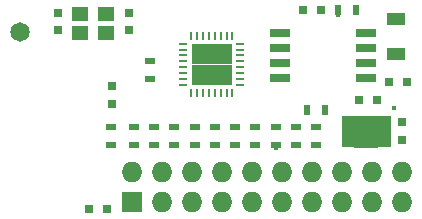
<source format=gbr>
G04 #@! TF.FileFunction,Soldermask,Top*
%FSLAX46Y46*%
G04 Gerber Fmt 4.6, Leading zero omitted, Abs format (unit mm)*
G04 Created by KiCad (PCBNEW 4.0.6-e0-6349~53~ubuntu16.04.1) date Sun Jul  2 22:52:24 2017*
%MOMM*%
%LPD*%
G01*
G04 APERTURE LIST*
%ADD10C,0.100000*%
%ADD11R,1.400000X1.200000*%
%ADD12R,0.750000X0.800000*%
%ADD13R,0.800000X0.750000*%
%ADD14R,1.600000X1.000000*%
%ADD15R,0.797560X0.797560*%
%ADD16R,1.727200X1.727200*%
%ADD17O,1.727200X1.727200*%
%ADD18R,0.900000X0.500000*%
%ADD19R,0.500000X0.900000*%
%ADD20R,1.212800X0.781000*%
%ADD21R,2.051000X2.787600*%
%ADD22R,0.700000X0.250000*%
%ADD23R,0.250000X0.700000*%
%ADD24R,1.725000X1.725000*%
%ADD25R,1.700000X0.650000*%
%ADD26C,0.381000*%
%ADD27C,1.651000*%
G04 APERTURE END LIST*
D10*
D11*
X118384500Y-68669000D03*
X116184500Y-68669000D03*
X118384500Y-70269000D03*
X116184500Y-70269000D03*
D12*
X118872000Y-76315000D03*
X118872000Y-74815000D03*
D13*
X139775500Y-76009500D03*
X141275500Y-76009500D03*
D12*
X143446500Y-79363000D03*
X143446500Y-77863000D03*
D14*
X142938500Y-69112000D03*
X142938500Y-72112000D03*
D12*
X120269000Y-68592000D03*
X120269000Y-70092000D03*
X114300000Y-70092000D03*
X114300000Y-68592000D03*
D13*
X135076500Y-68389500D03*
X136576500Y-68389500D03*
X143815500Y-74422000D03*
X142315500Y-74422000D03*
D15*
X118414800Y-85217000D03*
X116916200Y-85217000D03*
D16*
X120586500Y-84645500D03*
D17*
X120586500Y-82105500D03*
X123126500Y-84645500D03*
X123126500Y-82105500D03*
X125666500Y-84645500D03*
X125666500Y-82105500D03*
X128206500Y-84645500D03*
X128206500Y-82105500D03*
X130746500Y-84645500D03*
X130746500Y-82105500D03*
X133286500Y-84645500D03*
X133286500Y-82105500D03*
X135826500Y-84645500D03*
X135826500Y-82105500D03*
X138366500Y-84645500D03*
X138366500Y-82105500D03*
X140906500Y-84645500D03*
X140906500Y-82105500D03*
X143446500Y-84645500D03*
X143446500Y-82105500D03*
D18*
X127571500Y-79807500D03*
X127571500Y-78307500D03*
X136144000Y-79807500D03*
X136144000Y-78307500D03*
X120713500Y-79807500D03*
X120713500Y-78307500D03*
X122428000Y-79807500D03*
X122428000Y-78307500D03*
X118808500Y-79807500D03*
X118808500Y-78307500D03*
X132715000Y-78307500D03*
X132715000Y-79807500D03*
X134429500Y-78307500D03*
X134429500Y-79807500D03*
X125857000Y-78307500D03*
X125857000Y-79807500D03*
X124142500Y-78307500D03*
X124142500Y-79807500D03*
X122047000Y-74219500D03*
X122047000Y-72719500D03*
D19*
X137997500Y-68389500D03*
X139497500Y-68389500D03*
X136894000Y-76835000D03*
X135394000Y-76835000D03*
D18*
X129286000Y-79807500D03*
X129286000Y-78307500D03*
X131000500Y-79807500D03*
X131000500Y-78307500D03*
D20*
X141871700Y-79641700D03*
X141871700Y-79006700D03*
X141871700Y-78346300D03*
X141871700Y-77711300D03*
X138925300Y-77711300D03*
X138925300Y-78346300D03*
X138925300Y-79006700D03*
X138925300Y-79641700D03*
D21*
X140398500Y-78676500D03*
D22*
X124917500Y-71211500D03*
X124917500Y-71711500D03*
X124917500Y-72211500D03*
X124917500Y-72711500D03*
X124917500Y-73211500D03*
X124917500Y-73711500D03*
X124917500Y-74211500D03*
X124917500Y-74711500D03*
D23*
X125567500Y-75361500D03*
X126067500Y-75361500D03*
X126567500Y-75361500D03*
X127067500Y-75361500D03*
X127567500Y-75361500D03*
X128067500Y-75361500D03*
X128567500Y-75361500D03*
X129067500Y-75361500D03*
D22*
X129717500Y-74711500D03*
X129717500Y-74211500D03*
X129717500Y-73711500D03*
X129717500Y-73211500D03*
X129717500Y-72711500D03*
X129717500Y-72211500D03*
X129717500Y-71711500D03*
X129717500Y-71211500D03*
D23*
X129067500Y-70561500D03*
X128567500Y-70561500D03*
X128067500Y-70561500D03*
X127567500Y-70561500D03*
X127067500Y-70561500D03*
X126567500Y-70561500D03*
X126067500Y-70561500D03*
X125567500Y-70561500D03*
D24*
X128180000Y-73824000D03*
X128180000Y-72099000D03*
X126455000Y-73824000D03*
X126455000Y-72099000D03*
D25*
X140365500Y-74104500D03*
X140365500Y-72834500D03*
X140365500Y-71564500D03*
X140365500Y-70294500D03*
X133065500Y-70294500D03*
X133065500Y-71564500D03*
X133065500Y-72834500D03*
X133065500Y-74104500D03*
D26*
X140017500Y-77914500D03*
X140779500Y-77914500D03*
X140017500Y-78676500D03*
X140779500Y-78676500D03*
X140017500Y-79438500D03*
X140779500Y-79438500D03*
X126174500Y-71818500D03*
X126936500Y-71818500D03*
X127698500Y-71818500D03*
X128460500Y-71818500D03*
X126174500Y-72580500D03*
X126174500Y-73342500D03*
X126174500Y-74104500D03*
X126936500Y-72580500D03*
X127698500Y-72580500D03*
X128460500Y-72580500D03*
X126936500Y-73342500D03*
X127698500Y-73342500D03*
X128460500Y-73342500D03*
X126936500Y-74104500D03*
X127698500Y-74104500D03*
X128460500Y-74104500D03*
X142748000Y-76644500D03*
D27*
X111061500Y-70231000D03*
D26*
X116967000Y-85217000D03*
X120269000Y-68580000D03*
X114300000Y-70104000D03*
X118364000Y-70294500D03*
X140335000Y-70294500D03*
X142938500Y-72136000D03*
X136906000Y-76835000D03*
X137985500Y-68770500D03*
X132715000Y-80010000D03*
M02*

</source>
